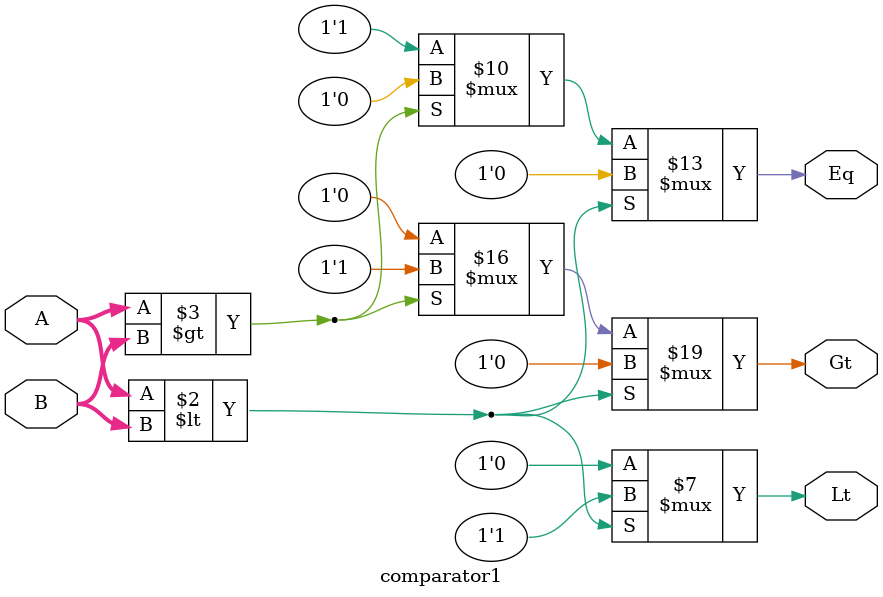
<source format=v>

module comparator1 #(parameter N=17)(A, B, Gt, Eq, Lt);
  
  input [N:0] A;
  input signed [N:0] B;
  output Gt, Eq, Lt;
  reg Gt, Eq, Lt;
  
  always @(A, B) begin
    if(A < B) begin
      Gt<=0; Eq <=0; Lt<=1;
    end
    else if(A > B) begin
      Gt<=1; Eq<=0; Lt<=0;
    end
    else begin
      Gt<=0;  Eq<=1;  Lt<=0;
    end
  end
endmodule
</source>
